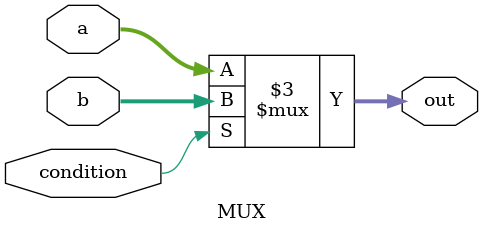
<source format=v>
module ControlUnit (input [31:0] part_of_inst,
                    output  alu_src, mem_to_reg, reg_write, mem_read, mem_write, branch, is_jal, is_jalr, pc_to_reg);


reg [8:0] control;

assign {alu_src, mem_to_reg, reg_write, mem_read, mem_write, branch, is_jal, is_jalr, pc_to_reg} = control;

always @(*) begin
case(part_of_inst[6:0])
7'b0110011 : control = 9'b001000000; // R-type
7'b0000011 : control = 9'b111100000; // lw-type
7'b0100011 : control = 9'b1x0010000; // s-type
7'b1100011 : control = 9'b0x0001000; // sb-type
7'b0010011 : control = 9'b101000000; // I-type
7'b1100111 : control = 9'b111xx0011; // jalr-type
7'b1101111 : control = 9'b111xx0101; // jal-type
7'b1110011 : control = 9'bxxxxx000x; // ecall
default : control    = 9'bxxxxxxxxx;
endcase

end

// always @(part_of_inst) begin
//  $display("ControlUnit %x", part_of_inst);

// end
 

endmodule



module MUX (input [31 : 0] a, b,
            input  condition,
            output reg [31 : 0] out);

always @(condition or a or b) begin

  out = (condition == 1'b0) ? a : b;
end 
endmodule

</source>
